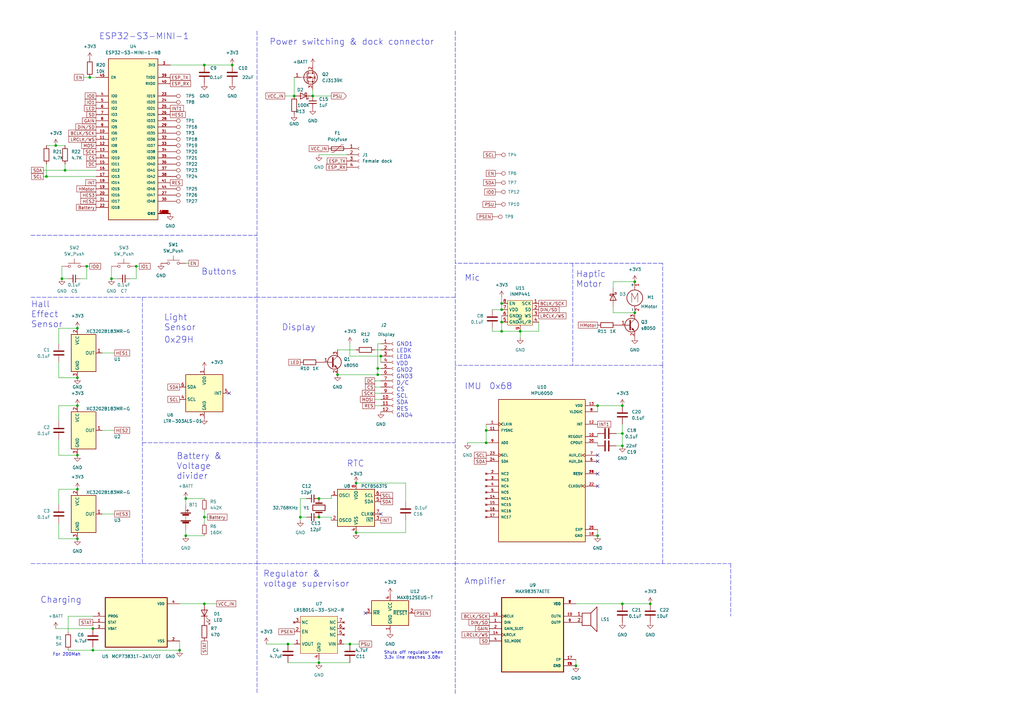
<source format=kicad_sch>
(kicad_sch (version 20211123) (generator eeschema)
  (paper "A3")
  (title_block (title "Nebula") (rev "V0.0") (company "Nicholas Gray"))
  (junction (at 205.74 124.46))
  (junction (at 199.39 176.53))
  (junction (at 38.1 257.81))
  (junction (at 130.81 204.47))
  (junction (at 205.74 135.89))
  (junction (at 255.27 182.88))
  (junction (at 245.11 166.37))
  (junction (at 26.67 69.85))
  (junction (at 76.2 219.71))
  (junction (at 260.35 128.27))
  (junction (at 255.27 166.37))
  (junction (at 95.25 26.67))
  (junction (at 213.36 135.89))
  (junction (at 154.94 153.67))
  (junction (at 156.21 146.05))
  (junction (at 22.86 59.69))
  (junction (at 143.51 264.16))
  (junction (at 130.81 212.09))
  (junction (at 36.83 31.75))
  (junction (at 199.39 181.61))
  (junction (at 120.65 39.37))
  (junction (at 31.75 166.37))
  (junction (at 205.74 132.08))
  (junction (at 45.72 114.3))
  (junction (at 83.82 26.67))
  (junction (at 118.11 264.16))
  (junction (at 76.2 204.47))
  (junction (at 31.75 186.69))
  (junction (at 25.4 114.3))
  (junction (at 130.81 271.78))
  (junction (at 236.22 273.05))
  (junction (at 266.7 247.65))
  (junction (at 19.05 72.39))
  (junction (at 245.11 219.71))
  (junction (at 38.1 266.7))
  (junction (at 255.27 177.8))
  (junction (at 55.88 109.22))
  (junction (at 146.05 218.44))
  (junction (at 128.27 39.37))
  (junction (at 31.75 220.98))
  (junction (at 260.35 115.57))
  (junction (at 73.66 266.7))
  (junction (at 154.94 151.13))
  (junction (at 31.75 200.66))
  (junction (at 31.75 154.94))
  (junction (at 35.56 109.22))
  (junction (at 31.75 134.62))
  (junction (at 83.82 247.65))
  (junction (at 255.27 247.65))
  (junction (at 83.82 212.09))
  (junction (at 123.19 212.09))
  (junction (at 138.43 153.67))
  (junction (at 146.05 198.12))
  (junction (at 205.74 127))
  (no_connect (at 156.21 210.82))
  (no_connect (at 245.11 199.39))
  (no_connect (at 245.11 194.31))
  (no_connect (at 149.86 251.46))
  (no_connect (at 93.98 161.29))
  (no_connect (at 245.11 189.23))
  (no_connect (at 245.11 186.69))
  (wire (pts (xy 201.93 135.89) (xy 205.74 135.89)))
  (wire (pts (xy 27.94 252.73) (xy 27.94 259.08)))
  (wire (pts (xy 45.72 109.22) (xy 45.72 114.3)))
  (wire (pts (xy 252.73 182.88) (xy 255.27 182.88)))
  (wire (pts (xy 38.1 266.7) (xy 38.1 265.43)))
  (wire (pts (xy 201.93 135.89) (xy 201.93 134.62)))
  (polyline (pts (xy 12.7 231.14) (xy 58.42 231.14)))
  (wire (pts (xy 123.19 212.09) (xy 123.19 213.36)))
  (wire (pts (xy 17.78 72.39) (xy 19.05 72.39)))
  (wire (pts (xy 24.13 220.98) (xy 31.75 220.98)))
  (wire (pts (xy 156.21 146.05) (xy 156.21 148.59)))
  (polyline (pts (xy 58.42 181.61) (xy 105.41 181.61)))
  (wire (pts (xy 22.86 59.69) (xy 26.67 59.69)))
  (wire (pts (xy 255.27 177.8) (xy 255.27 182.88)))
  (wire (pts (xy 153.67 156.21) (xy 156.21 156.21)))
  (wire (pts (xy 130.81 271.78) (xy 130.81 270.51)))
  (wire (pts (xy 83.82 209.55) (xy 83.82 212.09)))
  (wire (pts (xy 45.72 114.3) (xy 48.26 114.3)))
  (wire (pts (xy 260.35 128.27) (xy 251.46 128.27)))
  (wire (pts (xy 251.46 115.57) (xy 260.35 115.57)))
  (wire (pts (xy 76.2 204.47) (xy 76.2 207.01)))
  (wire (pts (xy 213.36 138.43) (xy 213.36 135.89)))
  (wire (pts (xy 245.11 182.88) (xy 245.11 181.61)))
  (polyline (pts (xy 271.78 107.95) (xy 186.69 107.95)))
  (wire (pts (xy 166.37 218.44) (xy 166.37 213.36)))
  (wire (pts (xy 130.81 212.09) (xy 135.89 212.09)))
  (wire (pts (xy 205.74 132.08) (xy 205.74 135.89)))
  (polyline (pts (xy 186.69 12.7) (xy 186.69 121.92)))
  (polyline (pts (xy 271.78 231.14) (xy 271.78 149.86)))
  (wire (pts (xy 38.1 252.73) (xy 27.94 252.73)))
  (wire (pts (xy 255.27 173.99) (xy 255.27 177.8)))
  (wire (pts (xy 24.13 166.37) (xy 24.13 172.72)))
  (polyline (pts (xy 271.78 149.86) (xy 186.69 149.86)))
  (wire (pts (xy 140.97 264.16) (xy 143.51 264.16)))
  (wire (pts (xy 35.56 109.22) (xy 35.56 114.3)))
  (wire (pts (xy 125.73 204.47) (xy 123.19 204.47)))
  (wire (pts (xy 245.11 177.8) (xy 245.11 179.07)))
  (wire (pts (xy 123.19 204.47) (xy 123.19 212.09)))
  (wire (pts (xy 76.2 204.47) (xy 83.82 204.47)))
  (wire (pts (xy 55.88 109.22) (xy 55.88 114.3)))
  (wire (pts (xy 41.91 210.82) (xy 46.99 210.82)))
  (wire (pts (xy 26.67 69.85) (xy 39.37 69.85)))
  (wire (pts (xy 22.86 257.81) (xy 38.1 257.81)))
  (wire (pts (xy 19.05 67.31) (xy 19.05 72.39)))
  (wire (pts (xy 25.4 114.3) (xy 27.94 114.3)))
  (wire (pts (xy 41.91 144.78) (xy 46.99 144.78)))
  (polyline (pts (xy 58.42 121.92) (xy 58.42 231.14)))
  (wire (pts (xy 26.67 67.31) (xy 26.67 69.85)))
  (wire (pts (xy 118.11 271.78) (xy 130.81 271.78)))
  (wire (pts (xy 154.94 153.67) (xy 156.21 153.67)))
  (wire (pts (xy 73.66 266.7) (xy 38.1 266.7)))
  (wire (pts (xy 17.78 69.85) (xy 26.67 69.85)))
  (wire (pts (xy 36.83 31.75) (xy 39.37 31.75)))
  (wire (pts (xy 118.11 264.16) (xy 120.65 264.16)))
  (wire (pts (xy 143.51 264.16) (xy 147.32 264.16)))
  (wire (pts (xy 33.02 114.3) (xy 35.56 114.3)))
  (wire (pts (xy 153.67 161.29) (xy 156.21 161.29)))
  (wire (pts (xy 73.66 262.89) (xy 73.66 266.7)))
  (polyline (pts (xy 234.95 107.95) (xy 234.95 149.86)))
  (wire (pts (xy 53.34 114.3) (xy 55.88 114.3)))
  (wire (pts (xy 251.46 118.11) (xy 251.46 115.57)))
  (polyline (pts (xy 12.7 121.92) (xy 105.41 121.92)))
  (wire (pts (xy 76.2 219.71) (xy 76.2 217.17)))
  (polyline (pts (xy 105.41 181.61) (xy 186.69 181.61)))
  (wire (pts (xy 123.19 212.09) (xy 125.73 212.09)))
  (wire (pts (xy 135.89 204.47) (xy 135.89 203.2)))
  (polyline (pts (xy 105.41 231.14) (xy 186.69 231.14)))
  (wire (pts (xy 24.13 134.62) (xy 24.13 140.97)))
  (wire (pts (xy 220.98 135.89) (xy 213.36 135.89)))
  (wire (pts (xy 236.22 247.65) (xy 255.27 247.65)))
  (polyline (pts (xy 186.69 231.14) (xy 299.72 231.14)))
  (polyline (pts (xy 271.78 149.86) (xy 271.78 107.95)))
  (wire (pts (xy 24.13 148.59) (xy 24.13 154.94)))
  (wire (pts (xy 154.94 151.13) (xy 156.21 151.13)))
  (wire (pts (xy 83.82 247.65) (xy 88.9 247.65)))
  (wire (pts (xy 156.21 140.97) (xy 154.94 140.97)))
  (wire (pts (xy 24.13 154.94) (xy 31.75 154.94)))
  (wire (pts (xy 35.56 109.22) (xy 36.83 109.22)))
  (wire (pts (xy 245.11 217.17) (xy 245.11 219.71)))
  (wire (pts (xy 153.67 158.75) (xy 156.21 158.75)))
  (wire (pts (xy 83.82 212.09) (xy 83.82 214.63)))
  (wire (pts (xy 205.74 121.92) (xy 205.74 124.46)))
  (wire (pts (xy 120.65 31.75) (xy 120.65 39.37)))
  (wire (pts (xy 130.81 204.47) (xy 135.89 204.47)))
  (polyline (pts (xy 105.41 12.7) (xy 105.41 284.48)))
  (wire (pts (xy 19.05 72.39) (xy 39.37 72.39)))
  (wire (pts (xy 130.81 271.78) (xy 143.51 271.78)))
  (wire (pts (xy 143.51 140.97) (xy 143.51 146.05)))
  (wire (pts (xy 199.39 181.61) (xy 199.39 176.53)))
  (wire (pts (xy 69.85 26.67) (xy 83.82 26.67)))
  (wire (pts (xy 236.22 270.51) (xy 236.22 273.05)))
  (wire (pts (xy 153.67 166.37) (xy 156.21 166.37)))
  (wire (pts (xy 252.73 177.8) (xy 255.27 177.8)))
  (wire (pts (xy 146.05 218.44) (xy 166.37 218.44)))
  (wire (pts (xy 220.98 132.08) (xy 220.98 135.89)))
  (wire (pts (xy 166.37 198.12) (xy 146.05 198.12)))
  (wire (pts (xy 138.43 153.67) (xy 154.94 153.67)))
  (wire (pts (xy 31.75 200.66) (xy 24.13 200.66)))
  (polyline (pts (xy 12.7 96.52) (xy 105.41 96.52)))
  (wire (pts (xy 146.05 143.51) (xy 138.43 143.51)))
  (wire (pts (xy 41.91 176.53) (xy 46.99 176.53)))
  (wire (pts (xy 143.51 146.05) (xy 156.21 146.05)))
  (wire (pts (xy 27.94 266.7) (xy 38.1 266.7)))
  (wire (pts (xy 76.2 107.95) (xy 77.47 107.95)))
  (polyline (pts (xy 299.72 231.14) (xy 299.72 252.73)))
  (wire (pts (xy 24.13 180.34) (xy 24.13 186.69)))
  (wire (pts (xy 76.2 219.71) (xy 83.82 219.71)))
  (wire (pts (xy 24.13 200.66) (xy 24.13 207.01)))
  (wire (pts (xy 154.94 151.13) (xy 154.94 153.67)))
  (wire (pts (xy 95.25 26.67) (xy 83.82 26.67)))
  (wire (pts (xy 109.22 264.16) (xy 118.11 264.16)))
  (polyline (pts (xy 186.69 121.92) (xy 105.41 121.92)))
  (wire (pts (xy 19.05 59.69) (xy 22.86 59.69)))
  (wire (pts (xy 199.39 173.99) (xy 199.39 176.53)))
  (wire (pts (xy 85.09 212.09) (xy 83.82 212.09)))
  (wire (pts (xy 245.11 166.37) (xy 255.27 166.37)))
  (wire (pts (xy 255.27 247.65) (xy 266.7 247.65)))
  (wire (pts (xy 153.67 163.83) (xy 156.21 163.83)))
  (wire (pts (xy 191.77 181.61) (xy 199.39 181.61)))
  (wire (pts (xy 128.27 36.83) (xy 128.27 39.37)))
  (wire (pts (xy 128.27 39.37) (xy 135.89 39.37)))
  (wire (pts (xy 201.93 127) (xy 205.74 127)))
  (wire (pts (xy 31.75 166.37) (xy 24.13 166.37)))
  (wire (pts (xy 245.11 166.37) (xy 245.11 168.91)))
  (wire (pts (xy 24.13 186.69) (xy 31.75 186.69)))
  (wire (pts (xy 205.74 124.46) (xy 205.74 127)))
  (wire (pts (xy 24.13 214.63) (xy 24.13 220.98)))
  (wire (pts (xy 130.81 63.5) (xy 142.24 63.5)))
  (wire (pts (xy 251.46 128.27) (xy 251.46 125.73)))
  (wire (pts (xy 55.88 109.22) (xy 57.15 109.22)))
  (polyline (pts (xy 58.42 231.14) (xy 105.41 231.14)))
  (wire (pts (xy 34.29 31.75) (xy 36.83 31.75)))
  (wire (pts (xy 116.84 39.37) (xy 120.65 39.37)))
  (wire (pts (xy 166.37 205.74) (xy 166.37 198.12)))
  (wire (pts (xy 205.74 129.54) (xy 205.74 132.08)))
  (wire (pts (xy 213.36 135.89) (xy 205.74 135.89)))
  (polyline (pts (xy 186.69 284.48) (xy 186.69 121.92)))
  (wire (pts (xy 73.66 247.65) (xy 83.82 247.65)))
  (wire (pts (xy 25.4 109.22) (xy 25.4 114.3)))
  (wire (pts (xy 154.94 140.97) (xy 154.94 151.13)))
  (wire (pts (xy 31.75 134.62) (xy 24.13 134.62)))
  (wire (pts (xy 135.89 212.09) (xy 135.89 213.36)))
  (wire (pts (xy 153.67 143.51) (xy 156.21 143.51)))
  (text "Shuts off regulator when\n3.3v line reaches 3.08v\n" (at 157.48 270.51 0) (effects (font (size 1.27 1.27)) (justify left bottom)))
  (text "0x68" (at 200.66 160.02 0) (effects (font (size 2.54 2.54)) (justify left bottom)))
  (text "Regulator &\nvoltage supervisor\n\n" (at 107.95 245.11 0) (effects (font (size 2.54 2.54)) (justify left bottom)))
  (text "Hall\nEffect\nSensor\n" (at 12.7 134.62 0) (effects (font (size 2.54 2.54)) (justify left bottom)))
  (text "Charging\n" (at 16.51 247.65 0) (effects (font (size 2.54 2.54)) (justify left bottom)))
  (text "For 200Mah\n" (at 21.59 269.24 0) (effects (font (size 1.27 1.27)) (justify left bottom)))
  (text "GND1\nLEDK\nLEDA\nVDD\nGND2\nGND3\nD/C\nCS\nSCL\nSDA\nRES\nGND4\n" (at 162.56 171.45 0) (effects (font (size 1.651 1.651)) (justify left bottom)))
  (text "Haptic\nMotor\n" (at 236.22 118.11 0) (effects (font (size 2.54 2.54)) (justify left bottom)))
  (text "Amplifier\n" (at 190.5 240.03 0) (effects (font (size 2.54 2.54)) (justify left bottom)))
  (text "Display\n" (at 115.57 135.89 0) (effects (font (size 2.54 2.54)) (justify left bottom)))
  (text "Power switching & dock connector\n\n" (at 110.49 22.86 0) (effects (font (size 2.54 2.54)) (justify left bottom)))
  (text "ESP32-S3-MINI-1\n" (at 40.64 16.51 0) (effects (font (size 2.54 2.54)) (justify left bottom)))
  (text "Mic\n" (at 190.5 115.57 0) (effects (font (size 2.54 2.54)) (justify left bottom)))
  (text "Light\nSensor\n" (at 67.31 135.89 0) (effects (font (size 2.54 2.54)) (justify left bottom)))
  (text "IMU\n" (at 190.5 160.02 0) (effects (font (size 2.54 2.54)) (justify left bottom)))
  (text "0x29H\n" (at 67.31 140.97 0) (effects (font (size 2.54 2.54)) (justify left bottom)))
  (text "Buttons\n" (at 82.55 113.03 0) (effects (font (size 2.54 2.54)) (justify left bottom)))
  (text "Battery &\nVoltage\ndivider\n" (at 72.39 196.85 0) (effects (font (size 2.54 2.54)) (justify left bottom)))
  (text "RTC\n" (at 142.24 191.77 0) (effects (font (size 2.54 2.54)) (justify left bottom)))
  (global_label "ESP_TX" (shape passive) (at 142.24 66.04 180) (property "Intersheet References" "${INTERSHEET_REFS}" (effects hide)))
  (global_label "Battery" (shape passive) (at 85.09 212.09 0) (property "Intersheet References" "${INTERSHEET_REFS}" (effects hide)))
  (global_label "LRCLK{slash}WS" (shape passive) (at 39.37 57.15 180) (property "Intersheet References" "${INTERSHEET_REFS}" (effects hide)))
  (global_label "PSEN" (shape passive) (at 201.93 88.9 180) (property "Intersheet References" "${INTERSHEET_REFS}" (effects hide)))
  (global_label "GAIN" (shape passive) (at 200.66 257.81 180) (property "Intersheet References" "${INTERSHEET_REFS}" (effects hide)))
  (global_label "SCL" (shape passive) (at 156.21 203.2 0) (property "Intersheet References" "${INTERSHEET_REFS}" (effects hide)))
  (global_label "GAIN" (shape passive) (at 39.37 49.53 180) (property "Intersheet References" "${INTERSHEET_REFS}" (effects hide)))
  (global_label "INT1" (shape passive) (at 245.11 173.99 0) (property "Intersheet References" "${INTERSHEET_REFS}" (effects hide)))
  (global_label "DC" (shape passive) (at 39.37 67.31 180) (property "Intersheet References" "${INTERSHEET_REFS}" (effects hide)))
  (global_label "BCLK{slash}SCK" (shape passive) (at 39.37 54.61 180) (property "Intersheet References" "${INTERSHEET_REFS}" (effects hide)))
  (global_label "STAT" (shape passive) (at 38.1 255.27 180) (property "Intersheet References" "${INTERSHEET_REFS}" (effects hide)))
  (global_label "SDA" (shape passive) (at 203.2 74.93 180) (property "Intersheet References" "${INTERSHEET_REFS}" (effects hide)))
  (global_label "PSEN" (shape passive) (at 120.65 259.08 180) (property "Intersheet References" "${INTERSHEET_REFS}" (effects hide)))
  (global_label "Battery" (shape passive) (at 39.37 85.09 180) (property "Intersheet References" "${INTERSHEET_REFS}" (effects hide)))
  (global_label "ESP_RX" (shape passive) (at 142.24 68.58 180) (property "Intersheet References" "${INTERSHEET_REFS}" (effects hide)))
  (global_label "EN" (shape passive) (at 203.2 71.12 180) (property "Intersheet References" "${INTERSHEET_REFS}" (effects hide)))
  (global_label "HES2" (shape passive) (at 39.37 82.55 180) (property "Intersheet References" "${INTERSHEET_REFS}" (effects hide)))
  (global_label "DIN{slash}SD" (shape passive) (at 39.37 52.07 180) (property "Intersheet References" "${INTERSHEET_REFS}" (effects hide)))
  (global_label "PSU" (shape passive) (at 147.32 264.16 0) (property "Intersheet References" "${INTERSHEET_REFS}" (effects hide)))
  (global_label "IO0" (shape passive) (at 39.37 39.37 180) (property "Intersheet References" "${INTERSHEET_REFS}" (effects hide)))
  (global_label "DIN{slash}SD" (shape passive) (at 220.98 127 0) (property "Intersheet References" "${INTERSHEET_REFS}" (effects hide)))
  (global_label "SCL" (shape passive) (at 203.2 63.5 180) (property "Intersheet References" "${INTERSHEET_REFS}" (effects hide)))
  (global_label "IO0" (shape passive) (at 36.83 109.22 0) (property "Intersheet References" "${INTERSHEET_REFS}" (effects hide)))
  (global_label "CS" (shape passive) (at 153.67 158.75 180) (property "Intersheet References" "${INTERSHEET_REFS}" (effects hide)))
  (global_label "SDA" (shape passive) (at 73.66 158.75 180) (property "Intersheet References" "${INTERSHEET_REFS}" (effects hide)))
  (global_label "HES2" (shape passive) (at 46.99 176.53 0) (property "Intersheet References" "${INTERSHEET_REFS}" (effects hide)))
  (global_label "SCL" (shape passive) (at 199.39 186.69 180) (property "Intersheet References" "${INTERSHEET_REFS}" (effects hide)))
  (global_label "SD" (shape passive) (at 39.37 46.99 180) (property "Intersheet References" "${INTERSHEET_REFS}" (effects hide)))
  (global_label "DIN{slash}SD" (shape passive) (at 200.66 255.27 180) (property "Intersheet References" "${INTERSHEET_REFS}" (effects hide)))
  (global_label "RES" (shape passive) (at 153.67 166.37 180) (property "Intersheet References" "${INTERSHEET_REFS}" (effects hide)))
  (global_label "SCL" (shape passive) (at 73.66 163.83 180) (property "Intersheet References" "${INTERSHEET_REFS}" (effects hide)))
  (global_label "ESP_RX" (shape passive) (at 69.85 34.29 0) (property "Intersheet References" "${INTERSHEET_REFS}" (effects hide)))
  (global_label "VCC_IN" (shape passive) (at 116.84 39.37 180) (property "Intersheet References" "${INTERSHEET_REFS}" (effects hide)))
  (global_label "LED" (shape passive) (at 39.37 44.45 180) (property "Intersheet References" "${INTERSHEET_REFS}" (effects hide)))
  (global_label "VCC_IN" (shape passive) (at 134.62 60.96 180) (property "Intersheet References" "${INTERSHEET_REFS}" (effects hide)))
  (global_label "SCK" (shape passive) (at 153.67 161.29 180) (property "Intersheet References" "${INTERSHEET_REFS}" (effects hide)))
  (global_label "HES1" (shape passive) (at 69.85 46.99 0) (property "Intersheet References" "${INTERSHEET_REFS}" (effects hide)))
  (global_label "HMotor" (shape passive) (at 245.11 133.35 180) (property "Intersheet References" "${INTERSHEET_REFS}" (effects hide)))
  (global_label "SDA" (shape passive) (at 199.39 189.23 180) (property "Intersheet References" "${INTERSHEET_REFS}" (effects hide)))
  (global_label "INT" (shape passive) (at 39.37 74.93 180) (property "Intersheet References" "${INTERSHEET_REFS}" (effects hide)))
  (global_label "CS" (shape passive) (at 39.37 64.77 180) (property "Intersheet References" "${INTERSHEET_REFS}" (effects hide)))
  (global_label "IO0" (shape passive) (at 203.2 78.74 180) (property "Intersheet References" "${INTERSHEET_REFS}" (effects hide)))
  (global_label "HES1" (shape passive) (at 46.99 144.78 0) (property "Intersheet References" "${INTERSHEET_REFS}" (effects hide)))
  (global_label "STAT" (shape passive) (at 83.82 262.89 270) (property "Intersheet References" "${INTERSHEET_REFS}" (effects hide)))
  (global_label "PSU" (shape passive) (at 203.2 83.82 180) (property "Intersheet References" "${INTERSHEET_REFS}" (effects hide)))
  (global_label "VCC_IN" (shape passive) (at 88.9 247.65 0) (property "Intersheet References" "${INTERSHEET_REFS}" (effects hide)))
  (global_label "IO1" (shape passive) (at 57.15 109.22 0) (property "Intersheet References" "${INTERSHEET_REFS}" (effects hide)))
  (global_label "SCK" (shape passive) (at 39.37 62.23 180) (property "Intersheet References" "${INTERSHEET_REFS}" (effects hide)))
  (global_label "EN" (shape passive) (at 34.29 31.75 180) (property "Intersheet References" "${INTERSHEET_REFS}" (effects hide)))
  (global_label "BCLK{slash}SCK" (shape passive) (at 200.66 252.73 180) (property "Intersheet References" "${INTERSHEET_REFS}" (effects hide)))
  (global_label "INT" (shape passive) (at 156.21 213.36 0) (property "Intersheet References" "${INTERSHEET_REFS}" (effects hide)))
  (global_label "SD" (shape passive) (at 200.66 262.89 180) (property "Intersheet References" "${INTERSHEET_REFS}" (effects hide)))
  (global_label "RES" (shape passive) (at 69.85 74.93 0) (property "Intersheet References" "${INTERSHEET_REFS}" (effects hide)))
  (global_label "EN" (shape passive) (at 77.47 107.95 0) (property "Intersheet References" "${INTERSHEET_REFS}" (effects hide)))
  (global_label "PSU" (shape output) (at 135.89 39.37 0) (property "Intersheet References" "${INTERSHEET_REFS}" (effects hide)))
  (global_label "IO1" (shape passive) (at 39.37 41.91 180) (property "Intersheet References" "${INTERSHEET_REFS}" (effects hide)))
  (global_label "HES3" (shape passive) (at 39.37 80.01 180) (property "Intersheet References" "${INTERSHEET_REFS}" (effects hide)))
  (global_label "MOSI" (shape passive) (at 153.67 163.83 180) (property "Intersheet References" "${INTERSHEET_REFS}" (effects hide)))
  (global_label "INT1" (shape passive) (at 69.85 44.45 0) (property "Intersheet References" "${INTERSHEET_REFS}" (effects hide)))
  (global_label "SCL" (shape passive) (at 17.78 72.39 180) (property "Intersheet References" "${INTERSHEET_REFS}" (effects hide)))
  (global_label "LRCLK{slash}WS" (shape passive) (at 220.98 129.54 0) (property "Intersheet References" "${INTERSHEET_REFS}" (effects hide)))
  (global_label "MOSI" (shape passive) (at 39.37 59.69 180) (property "Intersheet References" "${INTERSHEET_REFS}" (effects hide)))
  (global_label "LRCLK{slash}WS" (shape passive) (at 200.66 260.35 180) (property "Intersheet References" "${INTERSHEET_REFS}" (effects hide)))
  (global_label "ESP_TX" (shape passive) (at 69.85 31.75 0) (property "Intersheet References" "${INTERSHEET_REFS}" (effects hide)))
  (global_label "DC" (shape passive) (at 153.67 156.21 180) (property "Intersheet References" "${INTERSHEET_REFS}" (effects hide)))
  (global_label "SDA" (shape passive) (at 17.78 69.85 180) (property "Intersheet References" "${INTERSHEET_REFS}" (effects hide)))
  (global_label "BCLK{slash}SCK" (shape passive) (at 220.98 124.46 0) (property "Intersheet References" "${INTERSHEET_REFS}" (effects hide)))
  (global_label "HES3" (shape passive) (at 46.99 210.82 0) (property "Intersheet References" "${INTERSHEET_REFS}" (effects hide)))
  (global_label "SDA" (shape passive) (at 156.21 205.74 0) (property "Intersheet References" "${INTERSHEET_REFS}" (effects hide)))
  (global_label "LED" (shape passive) (at 123.19 148.59 180) (property "Intersheet References" "${INTERSHEET_REFS}" (effects hide)))
  (global_label "PSEN" (shape passive) (at 170.18 251.46 0) (property "Intersheet References" "${INTERSHEET_REFS}" (effects hide)))
  (global_label "HMotor" (shape passive) (at 39.37 77.47 180) (property "Intersheet References" "${INTERSHEET_REFS}" (effects hide)))
  (symbol (lib_id "power:+3.3V") (at 22.86 59.69 0) (unit 1)
    (property "Reference" "#PWR0151" (effects hide))
    (property "Value" "+3.3V" (at 22.86 54.61 0))
  )
  (symbol (lib_id "Connector:TestPoint") (at 69.85 39.37 270) (unit 1)
    (property "Reference" "TP5" (at 76.2 39.37 90) (effects (justify left)))
    (property "Value" "TestPoint" (effects hide))
    (property "Footprint" "TestPoint:TestPoint_Pad_2.5x2.5mm" (effects hide))
  )
  (symbol (lib_id "power:GND") (at 95.25 34.29 0) (mirror y) (unit 1)
    (property "Reference" "#PWR0109" (effects hide))
    (property "Value" "GND" (at 95.25 39.37 0))
  )
  (symbol (lib_name "DRV5033AJxDBZ_1") (lib_id "Sensor_Magnetic:DRV5033AJxDBZ") (at 34.29 144.78 0) (unit 1)
    (property "Reference" "U1" (at 49.53 147.32 0) (effects (justify right)))
    (property "Value" "XC3202B183MR-G" (at 53.34 135.89 0) (effects (justify right)))
    (property "Footprint" "Package_TO_SOT_SMD:SOT-23" (effects hide))
    (property "Datasheet" "https://www.ti.com/lit/ds/symlink/drv5033.pdf" (effects hide))
  )
  (symbol (lib_id "Device:R") (at 120.65 43.18 180) (unit 1)
    (property "Reference" "R13" (at 123.19 45.72 0))
    (property "Value" "100K" (at 124.46 43.18 0))
    (property "Footprint" "Resistor_SMD:R_0402_1005Metric" (effects hide))
    (property "LCSC" "C413017" (effects hide))
  )
  (symbol (lib_id "Connector:TestPoint") (at 69.85 52.07 270) (unit 1)
    (property "Reference" "TP16" (at 76.2 52.07 90) (effects (justify left)))
    (property "Value" "TestPoint" (effects hide))
    (property "Footprint" "TestPoint:TestPoint_Pad_2.5x2.5mm" (effects hide))
  )
  (symbol (lib_id "power:GND") (at 146.05 218.44 0) (unit 1)
    (property "Reference" "#PWR0134" (effects hide))
    (property "Value" "GND" (effects hide))
  )
  (symbol (lib_id "Device:D_Schottky") (at 251.46 121.92 270) (unit 1)
    (property "Reference" "D3" (at 254 120.6499 90) (effects (justify left)))
    (property "Value" "SD0805S020S1R0" (effects hide))
    (property "Footprint" "Diode_SMD:D_0603_1608Metric" (effects hide))
    (property "LCSC" "C143773" (effects hide))
  )
  (symbol (lib_id "Connector:TestPoint") (at 69.85 67.31 270) (unit 1)
    (property "Reference" "TP22" (at 76.2 67.31 90) (effects (justify left)))
    (property "Value" "TestPoint" (effects hide))
    (property "Footprint" "TestPoint:TestPoint_Pad_2.5x2.5mm" (effects hide))
  )
  (symbol (lib_id "Device:C") (at 255.27 170.18 180) (unit 1)
    (property "Reference" "C20" (at 259.08 168.9099 0) (effects (justify right)))
    (property "Value" "0.1uF" (at 259.08 171.4499 0) (effects (justify right)))
    (property "Footprint" "Capacitor_SMD:C_0402_1005Metric" (effects hide))
    (property "LCSC" "C123453" (effects hide))
  )
  (symbol (lib_id "Device:C_Small") (at 50.8 114.3 270) (mirror x) (unit 1)
    (property "Reference" "C7" (at 50.8 119.38 90))
    (property "Value" "0.1uF" (at 50.8 116.84 90))
    (property "Footprint" "Capacitor_SMD:C_0402_1005Metric" (effects hide))
    (property "LCSC" "C123453" (effects hide))
  )
  (symbol (lib_id "Device:C") (at 24.13 210.82 0) (unit 1)
    (property "Reference" "C3" (at 17.78 209.55 0) (effects (justify left)))
    (property "Value" "0.1uF" (at 15.24 212.09 0) (effects (justify left)))
    (property "Footprint" "Capacitor_SMD:C_0402_1005Metric" (effects hide))
    (property "LCSC" "C123453" (effects hide))
  )
  (symbol (lib_id "Connector:TestPoint") (at 69.85 62.23 270) (unit 1)
    (property "Reference" "TP20" (at 76.2 62.23 90) (effects (justify left)))
    (property "Value" "TestPoint" (effects hide))
    (property "Footprint" "TestPoint:TestPoint_Pad_2.5x2.5mm" (effects hide))
  )
  (symbol (lib_id "Device:C") (at 38.1 261.62 0) (unit 1)
    (property "Reference" "C6" (at 31.75 260.35 0) (effects (justify left)))
    (property "Value" "4.7uF" (at 30.48 262.89 0) (effects (justify left)))
    (property "Footprint" "Capacitor_SMD:C_0402_1005Metric" (effects hide))
    (property "LCSC" "C87147" (effects hide))
  )
  (symbol (lib_id "power:GND") (at 266.7 255.27 0) (unit 1)
    (property "Reference" "#PWR0137" (effects hide))
    (property "Value" "GND" (at 266.7 260.35 0))
  )
  (symbol (lib_id "power:GND") (at 255.27 182.88 0) (unit 1)
    (property "Reference" "#PWR0144" (effects hide))
    (property "Value" "GND" (at 255.27 187.96 0))
  )
  (symbol (lib_id "power:GND") (at 83.82 171.45 0) (unit 1)
    (property "Reference" "#PWR0106" (effects hide))
    (property "Value" "GND" (effects hide))
  )
  (symbol (lib_id "power:GND") (at 128.27 44.45 0) (unit 1)
    (property "Reference" "#PWR0118" (effects hide))
    (property "Value" "GND" (at 128.27 49.53 0))
  )
  (symbol (lib_id "Switch:SW_Push") (at 71.12 107.95 0) (mirror y) (unit 1)
    (property "Reference" "SW1" (at 71.12 100.33 0))
    (property "Value" "SW_Push" (at 71.12 102.87 0))
    (property "Footprint" "footprint:SW_EVQ-P7J01P" (effects hide))
  )
  (symbol (lib_id "Power_Supervisor:MAX811TEUS-T") (at 160.02 251.46 0) (unit 1)
    (property "Reference" "U12" (at 170.18 242.57 0))
    (property "Value" "MAX812SEUS-T" (at 170.18 245.11 0))
    (property "Footprint" "Package_TO_SOT_SMD:SOT-143" (effects hide))
    (property "Datasheet" "https://datasheets.maximintegrated.com/en/ds/MAX811-MAX812.pdf" (effects hide))
  )
  (symbol (lib_id "power:+3.3V") (at 36.83 24.13 0) (unit 1)
    (property "Reference" "#PWR0150" (effects hide))
    (property "Value" "+3.3V" (at 36.83 19.05 0))
  )
  (symbol (lib_id "power:GND") (at 191.77 181.61 0) (unit 1)
    (property "Reference" "#PWR0142" (effects hide))
    (property "Value" "GND" (at 191.77 186.69 0))
  )
  (symbol (lib_id "power:+3.3V") (at 255.27 166.37 0) (unit 1)
    (property "Reference" "#PWR0145" (effects hide))
    (property "Value" "+3.3V" (at 255.27 161.29 0))
  )
  (symbol (lib_id "MAX98357AETE:MAX98357AETE") (at 218.44 260.35 0) (unit 1)
    (property "Reference" "U9" (at 218.44 240.03 0))
    (property "Value" "MAX98357AETE" (at 218.44 242.57 0))
    (property "Footprint" "footprint:QFN50P300X300X80-17N" (effects hide))
    (property "Price" "None" (effects hide))
    (property "MF" "Maxim Integrated" (effects hide))
    (property "Description" "Audio Amp Speaker 1-CH Mono Class-D 16-Pin TQFN EP T/R" (effects hide))
    (property "MP" "MAX98357AETE" (effects hide))
    (property "LCSC" "C910544" (effects hide))
  )
  (symbol (lib_id "Connector:TestPoint") (at 69.85 57.15 270) (unit 1)
    (property "Reference" "TP18" (at 76.2 57.15 90) (effects (justify left)))
    (property "Value" "TestPoint" (effects hide))
    (property "Footprint" "TestPoint:TestPoint_Pad_2.5x2.5mm" (effects hide))
  )
  (symbol (lib_id "Connector:TestPoint") (at 69.85 77.47 270) (unit 1)
    (property "Reference" "TP25" (at 76.2 77.47 90) (effects (justify left)))
    (property "Value" "TestPoint" (effects hide))
    (property "Footprint" "TestPoint:TestPoint_Pad_2.5x2.5mm" (effects hide))
  )
  (symbol (lib_id "power:+3.3V") (at 31.75 134.62 0) (unit 1)
    (property "Reference" "#PWR0113" (effects hide))
    (property "Value" "+3.3V" (at 31.75 129.54 0))
  )
  (symbol (lib_id "power:GND") (at 73.66 266.7 0) (unit 1)
    (property "Reference" "#PWR0123" (effects hide))
    (property "Value" "GND" (at 69.85 269.24 0))
  )
  (symbol (lib_id "Regulator_Linear:LR1801G-33-SH2-R") (at 130.81 252.73 0) (unit 1)
    (property "Reference" "U7" (at 130.81 247.65 0))
    (property "Value" "LR1801G-33-SH2-R" (at 130.81 250.19 0))
    (property "Footprint" "Package_SO:HSOP-8-1EP_3.9x4.9mm_P1.27mm_EP2.3x2.3mm" (effects hide))
  )
  (symbol (lib_id "Device:LED") (at 83.82 251.46 90) (unit 1)
    (property "Reference" "D1" (at 87.63 251.7774 90) (effects (justify right)))
    (property "Value" "LED" (at 87.63 254.3174 90) (effects (justify right)))
    (property "Footprint" "LED_SMD:LED_0603_1608Metric" (effects hide))
  )
  (symbol (lib_id "Timer_RTC:PCF8563TS") (at 146.05 208.28 0) (unit 1)
    (property "Reference" "U8" (at 140.97 199.39 0) (effects (justify left)))
    (property "Value" "PCF8563TS" (at 148.0694 199.39 0) (effects (justify left)))
    (property "Footprint" "Package_SO:TSSOP-8_3x3mm_P0.65mm" (effects hide))
    (property "Datasheet" "https://assets.nexperia.com/documents/data-sheet/PCF8563.pdf" (effects hide))
  )
  (symbol (lib_id "Device:R") (at 26.67 63.5 0) (unit 1)
    (property "Reference" "R22" (at 29.21 62.2299 0) (effects (justify left)))
    (property "Value" "4.7K" (at 29.21 64.7699 0) (effects (justify left)))
    (property "Footprint" "Resistor_SMD:R_0402_1005Metric" (effects hide))
    (property "LCSC" "C2906869" (effects hide))
  )
  (symbol (lib_id "Connector:TestPoint") (at 69.85 69.85 270) (unit 1)
    (property "Reference" "TP23" (at 76.2 69.85 90) (effects (justify left)))
    (property "Value" "TestPoint" (effects hide))
    (property "Footprint" "TestPoint:TestPoint_Pad_2.5x2.5mm" (effects hide))
  )
  (symbol (lib_id "Device:R") (at 83.82 259.08 180) (unit 1)
    (property "Reference" "R7" (at 86.36 257.8099 0) (effects (justify right)))
    (property "Value" "470" (at 86.36 260.3499 0) (effects (justify right)))
    (property "Footprint" "Resistor_SMD:R_0402_1005Metric" (effects hide))
    (property "LCSC" "C284584" (effects hide))
  )
  (symbol (lib_id "power:GND") (at 31.75 154.94 0) (unit 1)
    (property "Reference" "#PWR0114" (effects hide))
    (property "Value" "GND" (at 31.75 158.75 0))
  )
  (symbol (lib_id "Device:C") (at 143.51 267.97 180) (unit 1)
    (property "Reference" "C11" (at 149.86 269.24 0) (effects (justify left)))
    (property "Value" "4.7uF" (at 151.13 266.7 0) (effects (justify left)))
    (property "Footprint" "Capacitor_SMD:C_0402_1005Metric" (effects hide))
    (property "LCSC" "C87147" (effects hide))
  )
  (symbol (lib_id "Connector:TestPoint") (at 69.85 49.53 270) (unit 1)
    (property "Reference" "TP1" (at 76.2 49.53 90) (effects (justify left)))
    (property "Value" "TestPoint" (effects hide))
    (property "Footprint" "TestPoint:TestPoint_Pad_2.5x2.5mm" (effects hide))
  )
  (symbol (lib_id "Device:R") (at 36.83 27.94 0) (unit 1)
    (property "Reference" "R20" (at 39.37 26.6699 0) (effects (justify left)))
    (property "Value" "10k" (at 39.37 29.2099 0) (effects (justify left)))
    (property "Footprint" "Resistor_SMD:R_0402_1005Metric" (effects hide))
    (property "LCSC" "C278577" (effects hide))
  )
  (symbol (lib_id "Connector:TestPoint") (at 69.85 72.39 270) (unit 1)
    (property "Reference" "TP24" (at 76.2 72.39 90) (effects (justify left)))
    (property "Value" "TestPoint" (effects hide))
    (property "Footprint" "TestPoint:TestPoint_Pad_2.5x2.5mm" (effects hide))
  )
  (symbol (lib_id "power:GND") (at 83.82 34.29 0) (mirror y) (unit 1)
    (property "Reference" "#PWR0108" (effects hide))
    (property "Value" "GND" (at 83.82 39.37 0))
  )
  (symbol (lib_id "Connector:TestPoint") (at 69.85 64.77 270) (unit 1)
    (property "Reference" "TP21" (at 76.2 64.77 90) (effects (justify left)))
    (property "Value" "TestPoint" (effects hide))
    (property "Footprint" "TestPoint:TestPoint_Pad_2.5x2.5mm" (effects hide))
  )
  (symbol (lib_id "Device:Q_NPN_BEC") (at 257.81 133.35 0) (unit 1)
    (property "Reference" "Q3" (at 262.89 132.0799 0) (effects (justify left)))
    (property "Value" "s8050" (at 262.89 134.6199 0) (effects (justify left)))
    (property "Footprint" "Package_TO_SOT_SMD:SOT-23" (effects hide))
    (property "LCSC" "C779775" (effects hide))
  )
  (symbol (lib_id "ESP32-S3-MINI-1-N8:ESP32-S3-MINI-1-N8") (at 54.61 57.15 0) (unit 1)
    (property "Reference" "U4" (at 54.61 19.05 0))
    (property "Value" "ESP32-S3-MINI-1-N8" (at 54.61 21.59 0))
    (property "Footprint" "footprint:XCVR_ESP32-S3-MINI-1-N8" (effects hide))
    (property "STANDARD" "Manufacturer Recommendations" (effects hide))
    (property "MAXIMUM_PACKAGE_HEIGHT" "2.55mm" (effects hide))
    (property "MANUFACTURER" "Espressif" (effects hide))
    (property "PARTREV" "v0.6" (effects hide))
    (property "LCSC " "C2913206" (effects hide))
  )
  (symbol (lib_id "Sensor_Optical:LTR-303ALS-01") (at 83.82 161.29 0) (unit 1)
    (property "Reference" "U6" (at 69.85 170.18 0))
    (property "Value" "LTR-303ALS-01" (at 74.93 172.72 0))
    (property "Footprint" "OptoDevice:Lite-On_LTR-303ALS-01" (effects hide))
    (property "Datasheet" "http://optoelectronics.liteon.com/upload/download/DS86-2013-0004/LTR-303ALS-01_DS_V1.pdf" (effects hide))
    (property "LCSC" "C364577" (effects hide))
  )
  (symbol (lib_id "Connector:Conn_01x12_Female") (at 161.29 153.67 0) (unit 1)
    (property "Reference" "J2" (at 156.21 133.35 0) (effects (justify left)))
    (property "Value" "Display" (at 154.94 137.16 0) (effects (justify left)))
    (property "Footprint" "footprint:Circular Display connector" (effects hide))
  )
  (symbol (lib_id "Device:C") (at 24.13 144.78 0) (unit 1)
    (property "Reference" "C1" (at 17.78 143.51 0) (effects (justify left)))
    (property "Value" "0.1uF" (at 15.24 146.05 0) (effects (justify left)))
    (property "Footprint" "Capacitor_SMD:C_0402_1005Metric" (effects hide))
    (property "LCSC" "C123453" (effects hide))
  )
  (symbol (lib_id "Connector:TestPoint") (at 203.2 83.82 270) (unit 1)
    (property "Reference" "TP10" (at 208.28 83.82 90) (effects (justify left)))
    (property "Value" "TestPoint" (effects hide))
    (property "Footprint" "TestPoint:TestPoint_Pad_2.5x2.5mm" (effects hide))
  )
  (symbol (lib_id "power:+3.3V") (at 146.05 198.12 0) (unit 1)
    (property "Reference" "#PWR0133" (effects hide))
    (property "Value" "+3.3V" (at 146.05 194.31 0))
  )
  (symbol (lib_id "power:GND") (at 31.75 186.69 0) (unit 1)
    (property "Reference" "#PWR0130" (effects hide))
    (property "Value" "GND" (at 31.75 191.77 0))
  )
  (symbol (lib_id "Device:R") (at 248.92 133.35 90) (unit 1)
    (property "Reference" "R11" (at 248.92 135.89 90) (effects (justify left)))
    (property "Value" "1K" (at 252.73 135.89 90) (effects (justify left)))
    (property "Footprint" "Resistor_SMD:R_0402_1005Metric" (effects hide))
    (property "LCSC" "C242161" (effects hide))
  )
  (symbol (lib_id "power:GND") (at 120.65 46.99 0) (unit 1)
    (property "Reference" "#PWR0117" (effects hide))
    (property "Value" "GND" (at 120.65 50.8 0))
  )
  (symbol (lib_id "power:GND") (at 69.85 87.63 0) (unit 1)
    (property "Reference" "#PWR0111" (effects hide))
    (property "Value" "GND" (at 69.85 92.71 0))
  )
  (symbol (lib_id "Device:R") (at 149.86 143.51 90) (unit 1)
    (property "Reference" "R12" (at 149.86 137.16 90))
    (property "Value" "10" (at 149.86 139.7 90))
    (property "Footprint" "Resistor_SMD:R_0402_1005Metric" (effects hide))
    (property "LCSC" "C413044" (effects hide))
  )
  (symbol (lib_id "Connector:TestPoint") (at 69.85 82.55 270) (unit 1)
    (property "Reference" "TP27" (at 76.2 82.55 90) (effects (justify left)))
    (property "Value" "TestPoint" (effects hide))
    (property "Footprint" "TestPoint:TestPoint_Pad_2.5x2.5mm" (effects hide))
  )
  (symbol (lib_id "Device:C_Small") (at 128.27 212.09 270) (unit 1)
    (property "Reference" "C13" (at 129.54 214.63 90))
    (property "Value" "12pF" (at 129.54 217.17 90))
    (property "Footprint" "Capacitor_SMD:C_0402_1005Metric" (effects hide))
    (property "LCSC" "C696888" (effects hide))
  )
  (symbol (lib_id "power:+3.3V") (at 95.25 26.67 0) (mirror y) (unit 1)
    (property "Reference" "#PWR0110" (effects hide))
    (property "Value" "+3.3V" (at 95.25 21.59 0))
  )
  (symbol (lib_id "Device:C") (at 118.11 267.97 0) (unit 1)
    (property "Reference" "C4" (at 111.76 266.7 0) (effects (justify left)))
    (property "Value" "4.7uF" (at 110.49 269.24 0) (effects (justify left)))
    (property "Footprint" "Capacitor_SMD:C_0402_1005Metric" (effects hide))
    (property "LCSC" "C87147" (effects hide))
  )
  (symbol (lib_id "MCP73831T-2ATI_OT:MCP73831T-2ATI{slash}OT") (at 55.88 255.27 0) (unit 1)
    (property "Reference" "U5" (at 43.18 269.24 0))
    (property "Value" "MCP73831T-2ATI/OT" (at 55.88 269.24 0))
    (property "Footprint" "Package_TO_SOT_SMD:SOT-23-5" (effects hide))
    (property "LCSC" "C14879" (effects hide))
  )
  (symbol (lib_id "Device:C") (at 248.92 182.88 270) (unit 1)
    (property "Reference" "C19" (at 259.08 185.42 90))
    (property "Value" "22nF" (at 259.08 182.88 90))
    (property "Footprint" "Capacitor_SMD:C_0402_1005Metric" (effects hide))
    (property "LCSC" "C380305" (effects hide))
  )
  (symbol (lib_id "power:GND") (at 213.36 138.43 0) (unit 1)
    (property "Reference" "#PWR0147" (effects hide))
    (property "Value" "GND" (at 213.36 143.51 0))
  )
  (symbol (lib_id "Device:C_Small") (at 128.27 41.91 0) (unit 1)
    (property "Reference" "C15" (at 130.81 40.6462 0) (effects (justify left)))
    (property "Value" "1uF" (at 130.81 43.1862 0) (effects (justify left)))
    (property "Footprint" "Capacitor_SMD:C_0402_1005Metric" (effects hide))
    (property "LCSC" "C14445" (effects hide))
  )
  (symbol (lib_id "Connector:TestPoint") (at 203.2 78.74 270) (unit 1)
    (property "Reference" "TP12" (at 208.28 78.74 90) (effects (justify left)))
    (property "Value" "TestPoint" (effects hide))
    (property "Footprint" "TestPoint:TestPoint_Pad_2.5x2.5mm" (effects hide))
  )
  (symbol (lib_id "Device:R") (at 127 148.59 90) (unit 1)
    (property "Reference" "R10" (at 127 151.13 90) (effects (justify left)))
    (property "Value" "1K" (at 130.81 151.13 90) (effects (justify left)))
    (property "Footprint" "Resistor_SMD:R_0402_1005Metric" (effects hide))
    (property "LCSC" "C242161" (effects hide))
  )
  (symbol (lib_id "Device:R") (at 19.05 63.5 0) (unit 1)
    (property "Reference" "R21" (at 21.59 62.2299 0) (effects (justify left)))
    (property "Value" "4.7K" (at 21.59 64.7699 0) (effects (justify left)))
    (property "Footprint" "Resistor_SMD:R_0402_1005Metric" (effects hide))
    (property "LCSC" "C2906869" (effects hide))
  )
  (symbol (lib_id "power:+3.3V") (at 266.7 247.65 0) (unit 1)
    (property "Reference" "#PWR0139" (effects hide))
    (property "Value" "+3.3V" (at 266.7 242.57 0))
  )
  (symbol (lib_id "Device:C") (at 95.25 30.48 0) (mirror y) (unit 1)
    (property "Reference" "C10" (at 101.6 27.94 0) (effects (justify left)))
    (property "Value" "22uF" (at 104.14 31.75 0) (effects (justify left)))
    (property "Footprint" "Capacitor_SMD:C_0402_1005Metric" (effects hide))
    (property "LCSC" "C415703" (effects hide))
  )
  (symbol (lib_id "Device:Q_NPN_BEC") (at 135.89 148.59 0) (unit 1)
    (property "Reference" "Q1" (at 140.97 147.3199 0) (effects (justify left)))
    (property "Value" "s8050" (at 140.97 149.8599 0) (effects (justify left)))
    (property "Footprint" "Package_TO_SOT_SMD:SOT-23" (effects hide))
    (property "LCSC" "C779775" (effects hide))
  )
  (symbol (lib_id "power:+3.3V") (at 205.74 121.92 0) (unit 1)
    (property "Reference" "#PWR0146" (effects hide))
    (property "Value" "+3.3V" (at 205.74 116.84 0))
  )
  (symbol (lib_id "power:+3.3V") (at 143.51 140.97 0) (unit 1)
    (property "Reference" "#PWR0120" (effects hide))
    (property "Value" "+3.3V" (at 143.51 135.89 0))
  )
  (symbol (lib_id "Device:R_Small") (at 83.82 217.17 0) (unit 1)
    (property "Reference" "R6" (at 86.106 215.8999 0) (effects (justify left)))
    (property "Value" "160K" (at 86.106 218.4399 0) (effects (justify left)))
    (property "Footprint" "Resistor_SMD:R_0402_1005Metric" (effects hide))
    (property "LCSC" "C273339" (effects hide))
  )
  (symbol (lib_id "power:+3.3V") (at 160.02 243.84 0) (unit 1)
    (property "Reference" "#PWR0125" (effects hide))
    (property "Value" "+3.3V" (at 160.02 238.76 0))
  )
  (symbol (lib_id "Device:Polyfuse") (at 138.43 60.96 90) (unit 1)
    (property "Reference" "F1" (at 138.43 54.61 90))
    (property "Value" "Polyfuse" (at 138.43 57.15 90))
    (property "Footprint" "Fuse:Fuse_0603_1608Metric" (effects hide))
  )
  (symbol (lib_id "power:GND") (at 245.11 219.71 0) (unit 1)
    (property "Reference" "#PWR0143" (effects hide))
    (property "Value" "GND" (at 245.11 224.79 0))
  )
  (symbol (lib_id "Connector:TestPoint") (at 69.85 59.69 270) (unit 1)
    (property "Reference" "TP19" (at 76.2 59.69 90) (effects (justify left)))
    (property "Value" "TestPoint" (effects hide))
    (property "Footprint" "TestPoint:TestPoint_Pad_2.5x2.5mm" (effects hide))
  )
  (symbol (lib_id "power:+BATT") (at 128.27 26.67 0) (unit 1)
    (property "Reference" "#PWR0116" (effects hide))
    (property "Value" "+BATT" (at 123.19 25.4 0))
  )
  (symbol (lib_id "Connector:TestPoint") (at 201.93 88.9 270) (unit 1)
    (property "Reference" "TP9" (at 207.01 88.9 90) (effects (justify left)))
    (property "Value" "TestPoint" (effects hide))
    (property "Footprint" "TestPoint:TestPoint_Pad_2.5x2.5mm" (effects hide))
  )
  (symbol (lib_id "power:GND") (at 76.2 219.71 0) (unit 1)
    (property "Reference" "#PWR0101" (effects hide))
    (property "Value" "GND" (at 76.2 224.79 0))
  )
  (symbol (lib_id "Device:C") (at 248.92 177.8 90) (unit 1)
    (property "Reference" "C18" (at 259.08 176.53 90))
    (property "Value" "0.1uF" (at 259.08 179.07 90))
    (property "Footprint" "Capacitor_SMD:C_0402_1005Metric" (effects hide))
    (property "LCSC" "C123453" (effects hide))
  )
  (symbol (lib_id "Device:R") (at 27.94 262.89 180) (unit 1)
    (property "Reference" "R1" (at 24.13 261.62 0))
    (property "Value" "5K" (at 24.13 264.16 0))
    (property "Footprint" "Resistor_SMD:R_0402_1005Metric" (effects hide))
    (property "LCSC" "C2692758" (effects hide))
  )
  (symbol (lib_id "power:GND") (at 255.27 255.27 0) (unit 1)
    (property "Reference" "#PWR0138" (effects hide))
    (property "Value" "GND" (at 255.27 260.35 0))
  )
  (symbol (lib_id "Device:C") (at 166.37 209.55 180) (unit 1)
    (property "Reference" "C16" (at 171.45 210.82 0))
    (property "Value" "0.1uF" (at 172.72 208.28 0))
    (property "Footprint" "Capacitor_SMD:C_0402_1005Metric" (effects hide))
    (property "LCSC" "C123453" (effects hide))
  )
  (symbol (lib_id "Audio:INMP441") (at 213.36 119.38 0) (unit 1)
    (property "Reference" "U11" (at 213.36 118.11 0))
    (property "Value" "INMP441" (at 213.36 120.65 0))
    (property "Footprint" "footprint:INMP441" (effects hide))
  )
  (symbol (lib_id "Device:C") (at 24.13 176.53 0) (unit 1)
    (property "Reference" "C2" (at 17.78 175.26 0) (effects (justify left)))
    (property "Value" "0.1uF" (at 15.24 177.8 0) (effects (justify left)))
    (property "Footprint" "Capacitor_SMD:C_0402_1005Metric" (effects hide))
    (property "LCSC" "C123453" (effects hide))
  )
  (symbol (lib_id "Connector:TestPoint") (at 69.85 41.91 270) (unit 1)
    (property "Reference" "TP8" (at 76.2 41.91 90) (effects (justify left)))
    (property "Value" "TestPoint" (effects hide))
    (property "Footprint" "TestPoint:TestPoint_Pad_2.5x2.5mm" (effects hide))
  )
  (symbol (lib_id "power:+3.3V") (at 83.82 151.13 0) (unit 1)
    (property "Reference" "#PWR0105" (effects hide))
    (property "Value" "+3.3V" (at 88.9 148.59 0))
  )
  (symbol (lib_id "power:GND") (at 130.81 63.5 0) (unit 1)
    (property "Reference" "#PWR0126" (effects hide))
    (property "Value" "GND" (at 130.81 68.58 0))
  )
  (symbol (lib_id "Connector:TestPoint") (at 203.2 71.12 270) (unit 1)
    (property "Reference" "TP6" (at 208.28 71.12 90) (effects (justify left)))
    (property "Value" "TestPoint" (effects hide))
    (property "Footprint" "TestPoint:TestPoint_Pad_2.5x2.5mm" (effects hide))
  )
  (symbol (lib_id "power:+3.3V") (at 109.22 264.16 0) (unit 1)
    (property "Reference" "#PWR0121" (effects hide))
    (property "Value" "+3.3V" (at 109.22 259.08 0))
  )
  (symbol (lib_id "Device:C_Small") (at 30.48 114.3 270) (mirror x) (unit 1)
    (property "Reference" "C5" (at 30.48 119.38 90))
    (property "Value" "0.1uF" (at 30.48 116.84 90))
    (property "Footprint" "Capacitor_SMD:C_0402_1005Metric" (effects hide))
    (property "LCSC" "C123453" (effects hide))
  )
  (symbol (lib_id "MPU6050:MPU6050") (at 222.25 191.77 0) (unit 1)
    (property "Reference" "U10" (at 222.25 158.75 0))
    (property "Value" "MPU6050" (at 222.25 161.29 0))
    (property "Footprint" "Package_DFN_QFN:QFN-24-1EP_4x4mm_P0.5mm_EP2.6x2.6mm" (effects hide))
    (property "MANUFACTURER" "TDK InvenSense" (effects hide))
    (property "MAXIMUM_PACKAGE_HEIGHT" "0.95 mm" (effects hide))
    (property "STANDARD" "Manufacturer Recommendations" (effects hide))
    (property "PARTREV" "3.4" (effects hide))
  )
  (symbol (lib_id "power:GND") (at 160.02 259.08 0) (unit 1)
    (property "Reference" "#PWR0124" (effects hide))
    (property "Value" "GND" (at 160.02 264.16 0))
  )
  (symbol (lib_id "Device:C") (at 266.7 251.46 0) (unit 1)
    (property "Reference" "C22" (at 270.51 250.1899 0) (effects (justify left)))
    (property "Value" "10uF" (at 269.24 252.73 0) (effects (justify left)))
    (property "Footprint" "Capacitor_SMD:C_0402_1005Metric" (effects hide))
    (property "LCSC" "C15525" (effects hide))
  )
  (symbol (lib_id "Connector:TestPoint") (at 203.2 63.5 270) (unit 1)
    (property "Reference" "TP4" (at 208.28 63.5 90) (effects (justify left)))
    (property "Value" "TestPoint" (effects hide))
    (property "Footprint" "TestPoint:TestPoint_Pad_2.5x2.5mm" (effects hide))
  )
  (symbol (lib_id "Motor:Motor_DC") (at 260.35 120.65 0) (unit 1)
    (property "Reference" "M1" (at 265.43 121.9199 0) (effects (justify left)))
    (property "Value" "HMotor" (at 262.89 125.73 0) (effects (justify left)))
    (property "Footprint" "footprint:XDCR_C0720B001F" (effects hide))
    (property "LCSC" "C2895081" (effects hide))
  )
  (symbol (lib_id "power:GND") (at 156.21 168.91 0) (unit 1)
    (property "Reference" "#PWR0140" (effects hide))
    (property "Value" "GND" (at 156.21 173.99 0))
  )
  (symbol (lib_id "Connector:TestPoint") (at 69.85 80.01 270) (unit 1)
    (property "Reference" "TP26" (at 76.2 80.01 90) (effects (justify left)))
    (property "Value" "TestPoint" (effects hide))
    (property "Footprint" "TestPoint:TestPoint_Pad_2.5x2.5mm" (effects hide))
  )
  (symbol (lib_id "power:GND") (at 260.35 138.43 0) (unit 1)
    (property "Reference" "#PWR0103" (effects hide))
    (property "Value" "GND" (at 260.35 143.51 0))
  )
  (symbol (lib_id "power:+BATT") (at 76.2 204.47 0) (unit 1)
    (property "Reference" "#PWR0102" (effects hide))
    (property "Value" "+BATT" (at 76.2 199.39 0))
  )
  (symbol (lib_id "power:+3.3V") (at 260.35 115.57 0) (unit 1)
    (property "Reference" "#PWR0149" (effects hide))
    (property "Value" "+3.3V" (at 260.35 110.49 0))
  )
  (symbol (lib_id "power:GND") (at 138.43 153.67 0) (unit 1)
    (property "Reference" "#PWR0141" (effects hide))
    (property "Value" "GND" (at 138.43 158.75 0))
  )
  (symbol (lib_id "Device:C_Small") (at 128.27 204.47 90) (unit 1)
    (property "Reference" "C12" (at 125.73 199.39 90))
    (property "Value" "12pF" (at 125.73 201.93 90))
    (property "Footprint" "Capacitor_SMD:C_0402_1005Metric" (effects hide))
  )
  (symbol (lib_id "Device:Q_PMOS_DGS") (at 125.73 31.75 0) (unit 1)
    (property "Reference" "Q2" (at 132.08 30.4799 0) (effects (justify left)))
    (property "Value" "CJ3139K" (at 132.08 33.0199 0) (effects (justify left)))
    (property "Footprint" "Package_TO_SOT_SMD:SOT-723" (effects hide))
    (property "LCSC" "C70022" (effects hide))
  )
  (symbol (lib_id "Connector:TestPoint") (at 69.85 54.61 270) (unit 1)
    (property "Reference" "TP3" (at 76.2 54.61 90) (effects (justify left)))
    (property "Value" "TestPoint" (effects hide))
    (property "Footprint" "TestPoint:TestPoint_Pad_2.5x2.5mm" (effects hide))
  )
  (symbol (lib_id "Device:Crystal") (at 130.81 208.28 90) (unit 1)
    (property "Reference" "Y1" (at 124.46 208.28 90) (effects (justify right)))
    (property "Value" "32.768KHz" (at 111.76 208.28 90) (effects (justify right)))
    (property "Footprint" "Crystal:Crystal_SMD_3215-2Pin_3.2x1.5mm" (effects hide))
    (property "LCSC" "C383844" (effects hide))
  )
  (symbol (lib_id "power:GND") (at 66.04 107.95 0) (mirror y) (unit 1)
    (property "Reference" "#PWR0107" (effects hide))
    (property "Value" "GND" (at 66.04 113.03 0))
  )
  (symbol (lib_id "Connector:TestPoint") (at 203.2 74.93 270) (unit 1)
    (property "Reference" "TP7" (at 208.28 74.93 90) (effects (justify left)))
    (property "Value" "TestPoint" (effects hide))
    (property "Footprint" "TestPoint:TestPoint_Pad_2.5x2.5mm" (effects hide))
  )
  (symbol (lib_id "Switch:SW_Push") (at 30.48 109.22 0) (mirror y) (unit 1)
    (property "Reference" "SW2" (at 30.48 101.6 0))
    (property "Value" "SW_Push" (at 30.48 104.14 0))
    (property "Footprint" "footprint:SW_EVQ-P7J01P" (effects hide))
  )
  (symbol (lib_id "Device:R_Small") (at 83.82 207.01 0) (unit 1)
    (property "Reference" "R5" (at 86.106 205.7399 0) (effects (justify left)))
    (property "Value" "442K" (at 86.106 208.2799 0) (effects (justify left)))
    (property "Footprint" "Resistor_SMD:R_0402_1005Metric" (effects hide))
    (property "LCSC" "C409854" (effects hide))
  )
  (symbol (lib_id "Sensor_Magnetic:DRV5033AJxDBZ") (at 34.29 210.82 0) (unit 1)
    (property "Reference" "U3" (at 49.53 213.36 0) (effects (justify right)))
    (property "Value" "XC3202B183MR-G" (at 53.34 201.93 0) (effects (justify right)))
    (property "Footprint" "Package_TO_SOT_SMD:SOT-23" (effects hide))
    (property "Datasheet" "https://www.ti.com/lit/ds/symlink/drv5033.pdf" (effects hide))
  )
  (symbol (lib_id "power:GND") (at 31.75 220.98 0) (unit 1)
    (property "Reference" "#PWR0132" (effects hide))
    (property "Value" "GND" (at 31.75 226.06 0))
  )
  (symbol (lib_id "power:GND") (at 25.4 114.3 0) (mirror y) (unit 1)
    (property "Reference" "#PWR0112" (effects hide))
    (property "Value" "GND" (at 25.4 119.38 0))
  )
  (symbol (lib_id "Device:Battery") (at 76.2 212.09 0) (unit 1)
    (property "Reference" "BT1" (at 77.47 207.01 0) (effects (justify left)))
    (property "Value" "Battery" (effects hide))
    (property "Footprint" "footprint:Batt" (effects hide))
  )
  (symbol (lib_id "Switch:SW_Push") (at 50.8 109.22 0) (mirror y) (unit 1)
    (property "Reference" "SW3" (at 50.8 101.6 0))
    (property "Value" "SW_Push" (at 50.8 104.14 0))
    (property "Footprint" "footprint:SW_EVQ-P7J01P" (effects hide))
  )
  (symbol (lib_id "power:+BATT") (at 22.86 257.81 0) (unit 1)
    (property "Reference" "#PWR0122" (effects hide))
    (property "Value" "+BATT" (at 22.86 252.73 0))
  )
  (symbol (lib_id "power:+3.3V") (at 31.75 200.66 0) (unit 1)
    (property "Reference" "#PWR0131" (effects hide))
    (property "Value" "+3.3V" (at 31.75 195.58 0))
  )
  (symbol (lib_id "power:GND") (at 123.19 213.36 0) (unit 1)
    (property "Reference" "#PWR0135" (effects hide))
    (property "Value" "GND" (at 123.19 218.44 0))
  )
  (symbol (lib_id "Device:C") (at 201.93 130.81 180) (unit 1)
    (property "Reference" "C8" (at 195.58 129.54 0) (effects (justify right)))
    (property "Value" "0.1uF" (at 193.04 132.08 0) (effects (justify right)))
    (property "Footprint" "Capacitor_SMD:C_0402_1005Metric" (effects hide))
    (property "LCSC" "C123453" (effects hide))
  )
  (symbol (lib_name "DRV5033AJxDBZ_2") (lib_id "Sensor_Magnetic:DRV5033AJxDBZ") (at 34.29 176.53 0) (unit 1)
    (property "Reference" "U2" (at 49.53 179.07 0) (effects (justify right)))
    (property "Value" "XC3202B183MR-G" (at 53.34 167.64 0) (effects (justify right)))
    (property "Footprint" "Package_TO_SOT_SMD:SOT-23" (effects hide))
    (property "Datasheet" "https://www.ti.com/lit/ds/symlink/drv5033.pdf" (effects hide))
  )
  (symbol (lib_id "Device:Speaker") (at 241.3 252.73 0) (unit 1)
    (property "Reference" "LS1" (at 246.38 253.9999 0) (effects (justify left)))
    (property "Value" "Speaker" (effects hide))
    (property "Footprint" "footprint:Speaker6mm" (effects hide))
  )
  (symbol (lib_id "Connector:Conn_01x04_Female") (at 147.32 63.5 0) (unit 1)
    (property "Reference" "J1" (at 148.59 63.4999 0) (effects (justify left)))
    (property "Value" "Female dock" (at 148.59 66.0399 0) (effects (justify left)))
    (property "Footprint" "Connector_PinSocket_2.54mm:PinSocket_1x04_P2.54mm_Vertical" (effects hide))
  )
  (symbol (lib_id "Device:C") (at 83.82 30.48 0) (mirror y) (unit 1)
    (property "Reference" "C9" (at 88.9 27.94 0) (effects (justify left)))
    (property "Value" "0.1uF" (at 91.44 31.75 0) (effects (justify left)))
    (property "Footprint" "Capacitor_SMD:C_0402_1005Metric" (effects hide))
    (property "LCSC" "C123453" (effects hide))
  )
  (symbol (lib_id "power:GND") (at 236.22 273.05 0) (unit 1)
    (property "Reference" "#PWR0136" (effects hide))
    (property "Value" "GND" (at 236.22 278.13 0))
  )
  (symbol (lib_id "power:GND") (at 130.81 271.78 0) (unit 1)
    (property "Reference" "#PWR0119" (effects hide))
    (property "Value" "GND" (at 130.81 276.86 0))
  )
  (symbol (lib_id "Device:C") (at 255.27 251.46 0) (unit 1)
    (property "Reference" "C21" (at 259.08 250.1899 0) (effects (justify left)))
    (property "Value" "0.1uF" (at 257.81 252.73 0) (effects (justify left)))
    (property "Footprint" "Capacitor_SMD:C_0402_1005Metric" (effects hide))
    (property "LCSC" "C123453" (effects hide))
  )
  (symbol (lib_id "power:+3.3V") (at 31.75 166.37 0) (unit 1)
    (property "Reference" "#PWR0115" (effects hide))
    (property "Value" "+3.3V" (at 31.75 161.29 0))
  )
  (symbol (lib_id "Device:D_Schottky") (at 124.46 39.37 180) (unit 1)
    (property "Reference" "D2" (at 123.19 36.83 0))
    (property "Value" "SD0805S020S1R0" (effects hide))
    (property "Footprint" "Diode_SMD:D_0603_1608Metric" (effects hide))
    (property "LCSC" "C143773" (effects hide))
  )
  (symbol (lib_id "power:GND") (at 45.72 114.3 0) (mirror y) (unit 1)
    (property "Reference" "#PWR0104" (effects hide))
    (property "Value" "GND" (at 45.72 119.38 0))
  )
)
</source>
